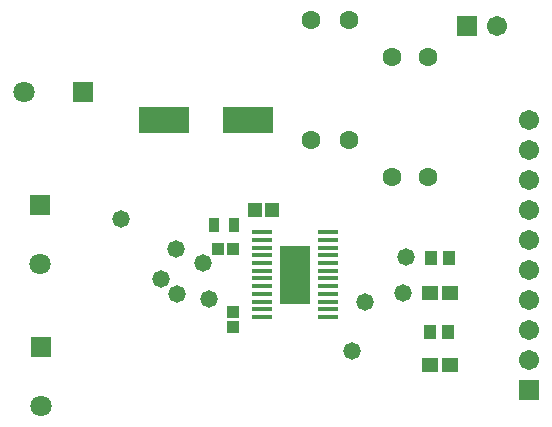
<source format=gts>
G04*
G04 #@! TF.GenerationSoftware,Altium Limited,Altium Designer,19.1.8 (144)*
G04*
G04 Layer_Color=8388736*
%FSLAX25Y25*%
%MOIN*%
G70*
G01*
G75*
%ADD23R,0.03950X0.04737*%
%ADD24R,0.16548X0.08674*%
%ADD25R,0.10000X0.19800*%
%ADD26R,0.06500X0.01400*%
%ADD27R,0.04737X0.05131*%
%ADD28R,0.03359X0.04934*%
%ADD29R,0.03950X0.04343*%
%ADD30R,0.04343X0.03950*%
%ADD31R,0.05721X0.05131*%
%ADD32R,0.07099X0.07099*%
%ADD33C,0.07099*%
%ADD34R,0.07099X0.07099*%
%ADD35C,0.06312*%
%ADD36R,0.06706X0.06706*%
%ADD37C,0.06706*%
%ADD38R,0.06706X0.06706*%
%ADD39C,0.05800*%
D23*
X156953Y64000D02*
D03*
X151047D02*
D03*
X150547Y39500D02*
D03*
X156453D02*
D03*
D24*
X62024Y110000D02*
D03*
X89976D02*
D03*
D25*
X105500Y58500D02*
D03*
D26*
X116524Y72575D02*
D03*
Y70016D02*
D03*
Y67457D02*
D03*
Y64898D02*
D03*
Y62339D02*
D03*
Y59780D02*
D03*
Y57220D02*
D03*
Y54661D02*
D03*
Y52102D02*
D03*
Y49543D02*
D03*
Y46984D02*
D03*
Y44425D02*
D03*
X94476D02*
D03*
Y46984D02*
D03*
Y49543D02*
D03*
Y52102D02*
D03*
Y54661D02*
D03*
Y57220D02*
D03*
Y59780D02*
D03*
Y62339D02*
D03*
Y64898D02*
D03*
Y67457D02*
D03*
Y70016D02*
D03*
Y72575D02*
D03*
D27*
X97854Y80000D02*
D03*
X92146D02*
D03*
D28*
X85346Y75000D02*
D03*
X78654D02*
D03*
D29*
X80039Y67000D02*
D03*
X84961D02*
D03*
D30*
X85000Y45961D02*
D03*
Y41039D02*
D03*
D31*
X157346Y52500D02*
D03*
X150654D02*
D03*
Y28500D02*
D03*
X157346D02*
D03*
D32*
X34843Y119500D02*
D03*
D33*
X15157D02*
D03*
X20500Y62157D02*
D03*
X21000Y14658D02*
D03*
D34*
X20500Y81842D02*
D03*
X21000Y34343D02*
D03*
D35*
X150000Y91000D02*
D03*
Y131000D02*
D03*
X138000D02*
D03*
Y91000D02*
D03*
X111000Y143500D02*
D03*
Y103500D02*
D03*
X123500D02*
D03*
Y143500D02*
D03*
D36*
X183500Y20000D02*
D03*
D37*
Y30000D02*
D03*
Y50000D02*
D03*
Y60000D02*
D03*
Y70000D02*
D03*
Y80000D02*
D03*
Y90000D02*
D03*
Y100000D02*
D03*
Y110000D02*
D03*
Y40000D02*
D03*
X173000Y141500D02*
D03*
D38*
X163000D02*
D03*
D39*
X47500Y77000D02*
D03*
X61000Y57000D02*
D03*
X66000Y67000D02*
D03*
X124500Y33000D02*
D03*
X77000Y50500D02*
D03*
X75000Y62339D02*
D03*
X66102Y52000D02*
D03*
X141500Y52500D02*
D03*
X129000Y49500D02*
D03*
X142500Y64500D02*
D03*
M02*

</source>
